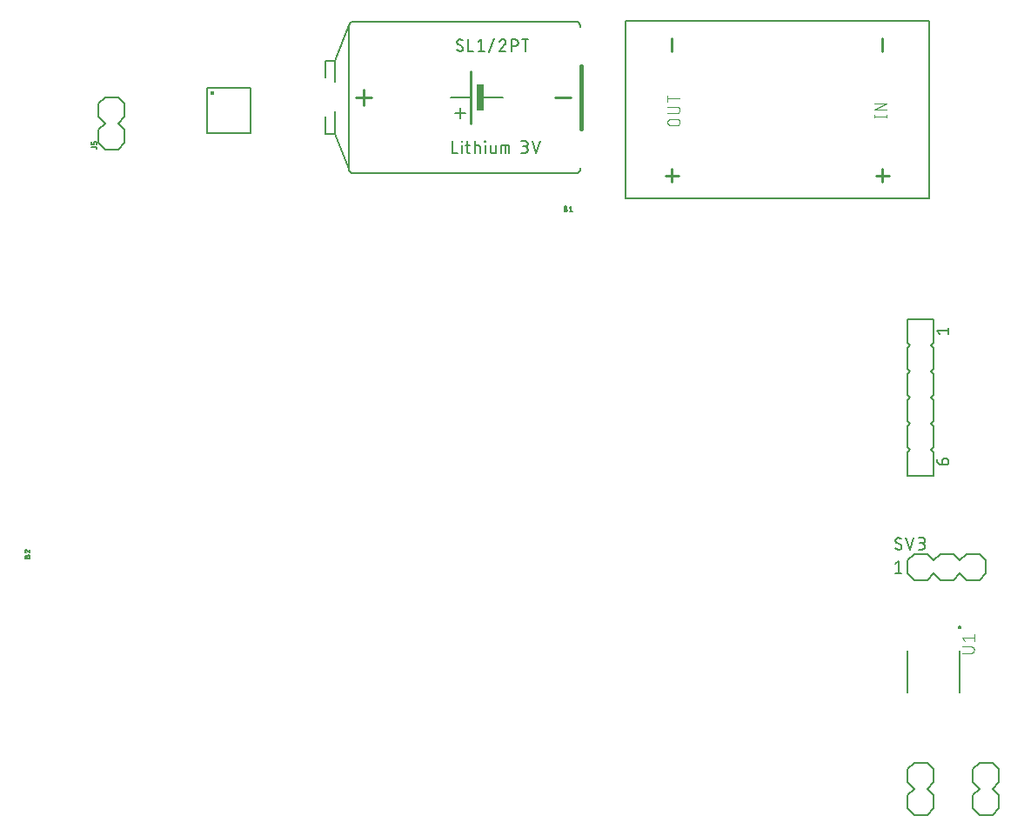
<source format=gbr>
G04 EAGLE Gerber RS-274X export*
G75*
%MOMM*%
%FSLAX34Y34*%
%LPD*%
%INSilkscreen Top*%
%IPPOS*%
%AMOC8*
5,1,8,0,0,1.08239X$1,22.5*%
G01*
%ADD10C,0.127000*%
%ADD11C,0.152400*%
%ADD12C,0.406400*%
%ADD13C,0.254000*%
%ADD14R,0.635000X2.540000*%
%ADD15C,0.447213*%
%ADD16C,0.203200*%
%ADD17C,0.101600*%
%ADD18C,0.200000*%


D10*
X516781Y653556D02*
X518122Y653556D01*
X518122Y653557D02*
X518193Y653555D01*
X518265Y653549D01*
X518335Y653540D01*
X518405Y653527D01*
X518475Y653510D01*
X518543Y653489D01*
X518610Y653465D01*
X518676Y653437D01*
X518740Y653406D01*
X518803Y653371D01*
X518863Y653333D01*
X518922Y653292D01*
X518978Y653248D01*
X519032Y653201D01*
X519083Y653152D01*
X519131Y653099D01*
X519177Y653044D01*
X519219Y652987D01*
X519259Y652927D01*
X519295Y652866D01*
X519328Y652802D01*
X519357Y652737D01*
X519383Y652671D01*
X519406Y652603D01*
X519425Y652534D01*
X519440Y652464D01*
X519451Y652394D01*
X519459Y652323D01*
X519463Y652252D01*
X519463Y652180D01*
X519459Y652109D01*
X519451Y652038D01*
X519440Y651968D01*
X519425Y651898D01*
X519406Y651829D01*
X519383Y651761D01*
X519357Y651695D01*
X519328Y651630D01*
X519295Y651566D01*
X519259Y651505D01*
X519219Y651445D01*
X519177Y651388D01*
X519131Y651333D01*
X519083Y651280D01*
X519032Y651231D01*
X518978Y651184D01*
X518922Y651140D01*
X518863Y651099D01*
X518803Y651061D01*
X518740Y651026D01*
X518676Y650995D01*
X518610Y650967D01*
X518543Y650943D01*
X518475Y650922D01*
X518405Y650905D01*
X518335Y650892D01*
X518265Y650883D01*
X518193Y650877D01*
X518122Y650875D01*
X516781Y650875D01*
X516781Y655701D01*
X518122Y655701D01*
X518187Y655699D01*
X518251Y655693D01*
X518315Y655683D01*
X518379Y655670D01*
X518441Y655652D01*
X518502Y655631D01*
X518562Y655607D01*
X518620Y655578D01*
X518677Y655546D01*
X518731Y655511D01*
X518783Y655473D01*
X518833Y655431D01*
X518880Y655387D01*
X518924Y655340D01*
X518966Y655290D01*
X519004Y655238D01*
X519039Y655184D01*
X519071Y655127D01*
X519100Y655069D01*
X519124Y655009D01*
X519145Y654948D01*
X519163Y654886D01*
X519176Y654822D01*
X519186Y654758D01*
X519192Y654694D01*
X519194Y654629D01*
X519192Y654564D01*
X519186Y654500D01*
X519176Y654436D01*
X519163Y654372D01*
X519145Y654310D01*
X519124Y654249D01*
X519100Y654189D01*
X519071Y654131D01*
X519039Y654074D01*
X519004Y654020D01*
X518966Y653968D01*
X518924Y653918D01*
X518880Y653871D01*
X518833Y653827D01*
X518783Y653785D01*
X518731Y653747D01*
X518677Y653712D01*
X518620Y653680D01*
X518562Y653651D01*
X518502Y653627D01*
X518441Y653606D01*
X518379Y653588D01*
X518315Y653575D01*
X518251Y653565D01*
X518187Y653559D01*
X518122Y653557D01*
X521938Y654629D02*
X523279Y655701D01*
X523279Y650875D01*
X524619Y650875D02*
X521938Y650875D01*
X-5856Y314922D02*
X-5856Y313581D01*
X-5857Y314922D02*
X-5855Y314993D01*
X-5849Y315065D01*
X-5840Y315135D01*
X-5827Y315205D01*
X-5810Y315275D01*
X-5789Y315343D01*
X-5765Y315410D01*
X-5737Y315476D01*
X-5706Y315540D01*
X-5671Y315603D01*
X-5633Y315663D01*
X-5592Y315722D01*
X-5548Y315778D01*
X-5501Y315832D01*
X-5452Y315883D01*
X-5399Y315931D01*
X-5344Y315977D01*
X-5287Y316019D01*
X-5227Y316059D01*
X-5166Y316095D01*
X-5102Y316128D01*
X-5037Y316157D01*
X-4971Y316183D01*
X-4903Y316206D01*
X-4834Y316225D01*
X-4764Y316240D01*
X-4694Y316251D01*
X-4623Y316259D01*
X-4552Y316263D01*
X-4480Y316263D01*
X-4409Y316259D01*
X-4338Y316251D01*
X-4268Y316240D01*
X-4198Y316225D01*
X-4129Y316206D01*
X-4061Y316183D01*
X-3995Y316157D01*
X-3930Y316128D01*
X-3866Y316095D01*
X-3805Y316059D01*
X-3745Y316019D01*
X-3688Y315977D01*
X-3633Y315931D01*
X-3580Y315883D01*
X-3531Y315832D01*
X-3484Y315778D01*
X-3440Y315722D01*
X-3399Y315663D01*
X-3361Y315603D01*
X-3326Y315540D01*
X-3295Y315476D01*
X-3267Y315410D01*
X-3243Y315343D01*
X-3222Y315275D01*
X-3205Y315205D01*
X-3192Y315135D01*
X-3183Y315065D01*
X-3177Y314993D01*
X-3175Y314922D01*
X-3175Y313581D01*
X-8001Y313581D01*
X-8001Y314922D01*
X-7999Y314987D01*
X-7993Y315051D01*
X-7983Y315115D01*
X-7970Y315179D01*
X-7952Y315241D01*
X-7931Y315302D01*
X-7907Y315362D01*
X-7878Y315420D01*
X-7846Y315477D01*
X-7811Y315531D01*
X-7773Y315583D01*
X-7731Y315633D01*
X-7687Y315680D01*
X-7640Y315724D01*
X-7590Y315766D01*
X-7538Y315804D01*
X-7484Y315839D01*
X-7427Y315871D01*
X-7369Y315900D01*
X-7309Y315924D01*
X-7248Y315945D01*
X-7186Y315963D01*
X-7122Y315976D01*
X-7058Y315986D01*
X-6994Y315992D01*
X-6929Y315994D01*
X-6864Y315992D01*
X-6800Y315986D01*
X-6736Y315976D01*
X-6672Y315963D01*
X-6610Y315945D01*
X-6549Y315924D01*
X-6489Y315900D01*
X-6431Y315871D01*
X-6374Y315839D01*
X-6320Y315804D01*
X-6268Y315766D01*
X-6218Y315724D01*
X-6171Y315680D01*
X-6127Y315633D01*
X-6085Y315583D01*
X-6047Y315531D01*
X-6012Y315477D01*
X-5980Y315420D01*
X-5951Y315362D01*
X-5927Y315302D01*
X-5906Y315241D01*
X-5888Y315179D01*
X-5875Y315115D01*
X-5865Y315051D01*
X-5859Y314987D01*
X-5857Y314922D01*
X-8001Y320213D02*
X-7999Y320281D01*
X-7993Y320348D01*
X-7984Y320415D01*
X-7971Y320482D01*
X-7954Y320547D01*
X-7933Y320612D01*
X-7909Y320675D01*
X-7881Y320737D01*
X-7850Y320797D01*
X-7816Y320855D01*
X-7778Y320911D01*
X-7738Y320966D01*
X-7694Y321017D01*
X-7647Y321066D01*
X-7598Y321113D01*
X-7547Y321157D01*
X-7492Y321197D01*
X-7436Y321235D01*
X-7378Y321269D01*
X-7318Y321300D01*
X-7256Y321328D01*
X-7193Y321352D01*
X-7128Y321373D01*
X-7063Y321390D01*
X-6996Y321403D01*
X-6929Y321412D01*
X-6862Y321418D01*
X-6794Y321420D01*
X-8001Y320213D02*
X-7999Y320135D01*
X-7993Y320057D01*
X-7983Y319980D01*
X-7970Y319903D01*
X-7952Y319827D01*
X-7931Y319752D01*
X-7906Y319678D01*
X-7877Y319606D01*
X-7845Y319535D01*
X-7809Y319466D01*
X-7770Y319398D01*
X-7727Y319333D01*
X-7681Y319270D01*
X-7632Y319209D01*
X-7580Y319151D01*
X-7525Y319096D01*
X-7468Y319043D01*
X-7408Y318994D01*
X-7345Y318947D01*
X-7280Y318904D01*
X-7214Y318864D01*
X-7145Y318827D01*
X-7074Y318794D01*
X-7002Y318764D01*
X-6929Y318738D01*
X-5856Y321017D02*
X-5905Y321066D01*
X-5957Y321113D01*
X-6012Y321156D01*
X-6069Y321197D01*
X-6128Y321235D01*
X-6189Y321269D01*
X-6252Y321300D01*
X-6316Y321328D01*
X-6382Y321352D01*
X-6448Y321372D01*
X-6516Y321389D01*
X-6585Y321402D01*
X-6654Y321411D01*
X-6724Y321417D01*
X-6794Y321419D01*
X-5856Y321017D02*
X-3175Y318738D01*
X-3175Y321419D01*
D11*
X532130Y692150D02*
X532130Y693420D01*
D12*
X533400Y731520D02*
X533400Y792480D01*
D11*
X528320Y835660D02*
X311150Y835660D01*
X532130Y831850D02*
X532130Y830580D01*
X284480Y742950D02*
X284480Y726440D01*
X284480Y781050D02*
X284480Y797560D01*
X284480Y726440D02*
X293370Y726440D01*
X307340Y692150D01*
X293370Y797560D02*
X284480Y797560D01*
X293370Y797560D02*
X293370Y777240D01*
X293370Y748030D02*
X293370Y726440D01*
D13*
X508000Y762000D02*
X523240Y762000D01*
X321310Y769620D02*
X321310Y754380D01*
X328930Y762000D02*
X313690Y762000D01*
D11*
X293370Y797560D02*
X307340Y831850D01*
X311150Y688340D02*
X528320Y688340D01*
D13*
X425450Y736600D02*
X425450Y762000D01*
D11*
X438150Y762000D02*
X457200Y762000D01*
X425450Y762000D02*
X406400Y762000D01*
D13*
X425450Y762000D02*
X425450Y787400D01*
D11*
X420370Y746760D02*
X410210Y746760D01*
X415290Y741680D02*
X415290Y751840D01*
X307340Y692150D02*
X307340Y831850D01*
X307342Y831972D01*
X307348Y832094D01*
X307358Y832216D01*
X307371Y832337D01*
X307389Y832458D01*
X307410Y832578D01*
X307436Y832698D01*
X307465Y832816D01*
X307497Y832934D01*
X307534Y833051D01*
X307574Y833166D01*
X307618Y833280D01*
X307666Y833392D01*
X307717Y833503D01*
X307772Y833612D01*
X307830Y833720D01*
X307892Y833825D01*
X307957Y833928D01*
X308025Y834030D01*
X308097Y834129D01*
X308171Y834225D01*
X308249Y834320D01*
X308330Y834411D01*
X308413Y834501D01*
X308499Y834587D01*
X308589Y834670D01*
X308680Y834751D01*
X308775Y834829D01*
X308871Y834903D01*
X308970Y834975D01*
X309072Y835043D01*
X309175Y835108D01*
X309280Y835170D01*
X309388Y835228D01*
X309497Y835283D01*
X309608Y835334D01*
X309720Y835382D01*
X309834Y835426D01*
X309949Y835466D01*
X310066Y835503D01*
X310184Y835535D01*
X310302Y835564D01*
X310422Y835590D01*
X310542Y835611D01*
X310663Y835629D01*
X310784Y835642D01*
X310906Y835652D01*
X311028Y835658D01*
X311150Y835660D01*
X307340Y692150D02*
X307342Y692028D01*
X307348Y691906D01*
X307358Y691784D01*
X307371Y691663D01*
X307389Y691542D01*
X307410Y691422D01*
X307436Y691302D01*
X307465Y691184D01*
X307497Y691066D01*
X307534Y690949D01*
X307574Y690834D01*
X307618Y690720D01*
X307666Y690608D01*
X307717Y690497D01*
X307772Y690388D01*
X307830Y690280D01*
X307892Y690175D01*
X307957Y690072D01*
X308025Y689970D01*
X308097Y689871D01*
X308171Y689775D01*
X308249Y689680D01*
X308330Y689589D01*
X308413Y689499D01*
X308499Y689413D01*
X308589Y689330D01*
X308680Y689249D01*
X308775Y689171D01*
X308871Y689097D01*
X308970Y689025D01*
X309072Y688957D01*
X309175Y688892D01*
X309280Y688830D01*
X309388Y688772D01*
X309497Y688717D01*
X309608Y688666D01*
X309720Y688618D01*
X309834Y688574D01*
X309949Y688534D01*
X310066Y688497D01*
X310184Y688465D01*
X310302Y688436D01*
X310422Y688410D01*
X310542Y688389D01*
X310663Y688371D01*
X310784Y688358D01*
X310906Y688348D01*
X311028Y688342D01*
X311150Y688340D01*
X528320Y835660D02*
X528442Y835658D01*
X528564Y835652D01*
X528686Y835642D01*
X528807Y835629D01*
X528928Y835611D01*
X529048Y835590D01*
X529168Y835564D01*
X529286Y835535D01*
X529404Y835503D01*
X529521Y835466D01*
X529636Y835426D01*
X529750Y835382D01*
X529862Y835334D01*
X529973Y835283D01*
X530082Y835228D01*
X530190Y835170D01*
X530295Y835108D01*
X530398Y835043D01*
X530500Y834975D01*
X530599Y834903D01*
X530695Y834829D01*
X530790Y834751D01*
X530881Y834670D01*
X530971Y834587D01*
X531057Y834501D01*
X531140Y834411D01*
X531221Y834320D01*
X531299Y834225D01*
X531373Y834129D01*
X531445Y834030D01*
X531513Y833928D01*
X531578Y833825D01*
X531640Y833720D01*
X531698Y833612D01*
X531753Y833503D01*
X531804Y833392D01*
X531852Y833280D01*
X531896Y833166D01*
X531936Y833051D01*
X531973Y832934D01*
X532005Y832816D01*
X532034Y832698D01*
X532060Y832578D01*
X532081Y832458D01*
X532099Y832337D01*
X532112Y832216D01*
X532122Y832094D01*
X532128Y831972D01*
X532130Y831850D01*
X532130Y692150D02*
X532128Y692028D01*
X532122Y691906D01*
X532112Y691784D01*
X532099Y691663D01*
X532081Y691542D01*
X532060Y691422D01*
X532034Y691302D01*
X532005Y691184D01*
X531973Y691066D01*
X531936Y690949D01*
X531896Y690834D01*
X531852Y690720D01*
X531804Y690608D01*
X531753Y690497D01*
X531698Y690388D01*
X531640Y690280D01*
X531578Y690175D01*
X531513Y690072D01*
X531445Y689970D01*
X531373Y689871D01*
X531299Y689775D01*
X531221Y689680D01*
X531140Y689589D01*
X531057Y689499D01*
X530971Y689413D01*
X530881Y689330D01*
X530790Y689249D01*
X530695Y689171D01*
X530599Y689097D01*
X530500Y689025D01*
X530398Y688957D01*
X530295Y688892D01*
X530190Y688830D01*
X530082Y688772D01*
X529973Y688717D01*
X529862Y688666D01*
X529750Y688618D01*
X529636Y688574D01*
X529521Y688534D01*
X529404Y688497D01*
X529286Y688465D01*
X529168Y688436D01*
X529048Y688410D01*
X528928Y688389D01*
X528807Y688371D01*
X528686Y688358D01*
X528564Y688348D01*
X528442Y688342D01*
X528320Y688340D01*
D10*
X407949Y708025D02*
X407949Y719455D01*
X407949Y708025D02*
X413029Y708025D01*
X417195Y708025D02*
X417195Y715645D01*
X416878Y718820D02*
X416878Y719455D01*
X417513Y719455D01*
X417513Y718820D01*
X416878Y718820D01*
X420901Y715645D02*
X424711Y715645D01*
X422171Y719455D02*
X422171Y709930D01*
X422173Y709845D01*
X422179Y709759D01*
X422188Y709674D01*
X422202Y709590D01*
X422219Y709506D01*
X422240Y709423D01*
X422264Y709341D01*
X422292Y709261D01*
X422324Y709181D01*
X422360Y709103D01*
X422398Y709027D01*
X422441Y708953D01*
X422486Y708881D01*
X422535Y708810D01*
X422587Y708742D01*
X422641Y708677D01*
X422699Y708614D01*
X422760Y708553D01*
X422823Y708495D01*
X422888Y708441D01*
X422956Y708389D01*
X423027Y708340D01*
X423099Y708295D01*
X423173Y708252D01*
X423249Y708214D01*
X423327Y708178D01*
X423407Y708146D01*
X423487Y708118D01*
X423569Y708094D01*
X423652Y708073D01*
X423736Y708056D01*
X423820Y708042D01*
X423905Y708033D01*
X423991Y708027D01*
X424076Y708025D01*
X424711Y708025D01*
X429514Y708025D02*
X429514Y719455D01*
X429514Y715645D02*
X432689Y715645D01*
X432774Y715643D01*
X432860Y715637D01*
X432945Y715628D01*
X433029Y715614D01*
X433113Y715597D01*
X433196Y715576D01*
X433278Y715552D01*
X433358Y715524D01*
X433438Y715492D01*
X433516Y715456D01*
X433592Y715418D01*
X433666Y715375D01*
X433738Y715330D01*
X433809Y715281D01*
X433877Y715229D01*
X433942Y715175D01*
X434005Y715117D01*
X434066Y715056D01*
X434124Y714993D01*
X434178Y714928D01*
X434230Y714860D01*
X434279Y714789D01*
X434324Y714717D01*
X434367Y714643D01*
X434405Y714567D01*
X434441Y714489D01*
X434473Y714409D01*
X434501Y714329D01*
X434525Y714247D01*
X434546Y714164D01*
X434563Y714080D01*
X434577Y713996D01*
X434586Y713911D01*
X434592Y713825D01*
X434594Y713740D01*
X434594Y708025D01*
X439674Y708025D02*
X439674Y715645D01*
X439357Y718820D02*
X439357Y719455D01*
X439992Y719455D01*
X439992Y718820D01*
X439357Y718820D01*
X444754Y715645D02*
X444754Y709930D01*
X444756Y709845D01*
X444762Y709759D01*
X444771Y709674D01*
X444785Y709590D01*
X444802Y709506D01*
X444823Y709423D01*
X444847Y709341D01*
X444875Y709261D01*
X444907Y709181D01*
X444943Y709103D01*
X444981Y709027D01*
X445024Y708953D01*
X445069Y708881D01*
X445118Y708810D01*
X445170Y708742D01*
X445224Y708677D01*
X445282Y708614D01*
X445343Y708553D01*
X445406Y708495D01*
X445471Y708441D01*
X445539Y708389D01*
X445610Y708340D01*
X445682Y708295D01*
X445756Y708252D01*
X445832Y708214D01*
X445910Y708178D01*
X445990Y708146D01*
X446070Y708118D01*
X446152Y708094D01*
X446235Y708073D01*
X446319Y708056D01*
X446403Y708042D01*
X446488Y708033D01*
X446574Y708027D01*
X446659Y708025D01*
X449834Y708025D01*
X449834Y715645D01*
X455676Y715645D02*
X455676Y708025D01*
X455676Y715645D02*
X461391Y715645D01*
X461476Y715643D01*
X461562Y715637D01*
X461647Y715628D01*
X461731Y715614D01*
X461815Y715597D01*
X461898Y715576D01*
X461980Y715552D01*
X462060Y715524D01*
X462140Y715492D01*
X462218Y715456D01*
X462294Y715418D01*
X462368Y715375D01*
X462440Y715330D01*
X462511Y715281D01*
X462579Y715229D01*
X462644Y715175D01*
X462707Y715117D01*
X462768Y715056D01*
X462826Y714993D01*
X462880Y714928D01*
X462932Y714860D01*
X462981Y714789D01*
X463026Y714717D01*
X463069Y714643D01*
X463107Y714567D01*
X463143Y714489D01*
X463175Y714409D01*
X463203Y714329D01*
X463227Y714247D01*
X463248Y714164D01*
X463265Y714080D01*
X463279Y713996D01*
X463288Y713911D01*
X463294Y713825D01*
X463296Y713740D01*
X463296Y708025D01*
X459486Y708025D02*
X459486Y715645D01*
X474980Y708025D02*
X478155Y708025D01*
X478266Y708027D01*
X478376Y708033D01*
X478487Y708042D01*
X478597Y708056D01*
X478706Y708073D01*
X478815Y708094D01*
X478923Y708119D01*
X479030Y708148D01*
X479136Y708180D01*
X479241Y708216D01*
X479344Y708256D01*
X479446Y708299D01*
X479547Y708346D01*
X479646Y708397D01*
X479743Y708450D01*
X479837Y708507D01*
X479930Y708568D01*
X480021Y708631D01*
X480110Y708698D01*
X480196Y708768D01*
X480279Y708841D01*
X480361Y708916D01*
X480439Y708994D01*
X480514Y709076D01*
X480587Y709159D01*
X480657Y709245D01*
X480724Y709334D01*
X480787Y709425D01*
X480848Y709518D01*
X480905Y709613D01*
X480958Y709709D01*
X481009Y709808D01*
X481056Y709909D01*
X481099Y710011D01*
X481139Y710114D01*
X481175Y710219D01*
X481207Y710325D01*
X481236Y710432D01*
X481261Y710540D01*
X481282Y710649D01*
X481299Y710758D01*
X481313Y710868D01*
X481322Y710979D01*
X481328Y711089D01*
X481330Y711200D01*
X481328Y711311D01*
X481322Y711421D01*
X481313Y711532D01*
X481299Y711642D01*
X481282Y711751D01*
X481261Y711860D01*
X481236Y711968D01*
X481207Y712075D01*
X481175Y712181D01*
X481139Y712286D01*
X481099Y712389D01*
X481056Y712491D01*
X481009Y712592D01*
X480958Y712691D01*
X480905Y712787D01*
X480848Y712882D01*
X480787Y712975D01*
X480724Y713066D01*
X480657Y713155D01*
X480587Y713241D01*
X480514Y713324D01*
X480439Y713406D01*
X480361Y713484D01*
X480279Y713559D01*
X480196Y713632D01*
X480110Y713702D01*
X480021Y713769D01*
X479930Y713832D01*
X479837Y713893D01*
X479743Y713950D01*
X479646Y714003D01*
X479547Y714054D01*
X479446Y714101D01*
X479344Y714144D01*
X479241Y714184D01*
X479136Y714220D01*
X479030Y714252D01*
X478923Y714281D01*
X478815Y714306D01*
X478706Y714327D01*
X478597Y714344D01*
X478487Y714358D01*
X478376Y714367D01*
X478266Y714373D01*
X478155Y714375D01*
X478790Y719455D02*
X474980Y719455D01*
X478790Y719455D02*
X478890Y719453D01*
X478989Y719447D01*
X479089Y719437D01*
X479187Y719424D01*
X479286Y719406D01*
X479383Y719385D01*
X479479Y719360D01*
X479575Y719331D01*
X479669Y719298D01*
X479762Y719262D01*
X479853Y719222D01*
X479943Y719178D01*
X480031Y719131D01*
X480117Y719081D01*
X480201Y719027D01*
X480283Y718970D01*
X480362Y718910D01*
X480440Y718846D01*
X480514Y718780D01*
X480586Y718711D01*
X480655Y718639D01*
X480721Y718565D01*
X480785Y718487D01*
X480845Y718408D01*
X480902Y718326D01*
X480956Y718242D01*
X481006Y718156D01*
X481053Y718068D01*
X481097Y717978D01*
X481137Y717887D01*
X481173Y717794D01*
X481206Y717700D01*
X481235Y717604D01*
X481260Y717508D01*
X481281Y717411D01*
X481299Y717312D01*
X481312Y717214D01*
X481322Y717114D01*
X481328Y717015D01*
X481330Y716915D01*
X481328Y716815D01*
X481322Y716716D01*
X481312Y716616D01*
X481299Y716518D01*
X481281Y716419D01*
X481260Y716322D01*
X481235Y716226D01*
X481206Y716130D01*
X481173Y716036D01*
X481137Y715943D01*
X481097Y715852D01*
X481053Y715762D01*
X481006Y715674D01*
X480956Y715588D01*
X480902Y715504D01*
X480845Y715422D01*
X480785Y715343D01*
X480721Y715265D01*
X480655Y715191D01*
X480586Y715119D01*
X480514Y715050D01*
X480440Y714984D01*
X480362Y714920D01*
X480283Y714860D01*
X480201Y714803D01*
X480117Y714749D01*
X480031Y714699D01*
X479943Y714652D01*
X479853Y714608D01*
X479762Y714568D01*
X479669Y714532D01*
X479575Y714499D01*
X479479Y714470D01*
X479383Y714445D01*
X479286Y714424D01*
X479187Y714406D01*
X479089Y714393D01*
X478989Y714383D01*
X478890Y714377D01*
X478790Y714375D01*
X476250Y714375D01*
X485775Y719455D02*
X489585Y708025D01*
X493395Y719455D01*
X415798Y807085D02*
X415898Y807087D01*
X415997Y807093D01*
X416097Y807103D01*
X416195Y807116D01*
X416294Y807134D01*
X416391Y807155D01*
X416487Y807180D01*
X416583Y807209D01*
X416677Y807242D01*
X416770Y807278D01*
X416861Y807318D01*
X416951Y807362D01*
X417039Y807409D01*
X417125Y807459D01*
X417209Y807513D01*
X417291Y807570D01*
X417370Y807630D01*
X417448Y807694D01*
X417522Y807760D01*
X417594Y807829D01*
X417663Y807901D01*
X417729Y807975D01*
X417793Y808053D01*
X417853Y808132D01*
X417910Y808214D01*
X417964Y808298D01*
X418014Y808384D01*
X418061Y808472D01*
X418105Y808562D01*
X418145Y808653D01*
X418181Y808746D01*
X418214Y808840D01*
X418243Y808936D01*
X418268Y809032D01*
X418289Y809129D01*
X418307Y809228D01*
X418320Y809326D01*
X418330Y809426D01*
X418336Y809525D01*
X418338Y809625D01*
X415798Y807085D02*
X415657Y807087D01*
X415516Y807092D01*
X415375Y807102D01*
X415234Y807115D01*
X415094Y807131D01*
X414954Y807152D01*
X414815Y807176D01*
X414676Y807204D01*
X414539Y807235D01*
X414402Y807270D01*
X414266Y807308D01*
X414131Y807350D01*
X413998Y807396D01*
X413865Y807445D01*
X413734Y807498D01*
X413605Y807554D01*
X413476Y807613D01*
X413350Y807676D01*
X413225Y807742D01*
X413102Y807811D01*
X412981Y807884D01*
X412862Y807960D01*
X412744Y808039D01*
X412629Y808120D01*
X412517Y808205D01*
X412406Y808293D01*
X412298Y808384D01*
X412192Y808477D01*
X412089Y808574D01*
X411988Y808673D01*
X412306Y815975D02*
X412308Y816075D01*
X412314Y816174D01*
X412324Y816274D01*
X412337Y816372D01*
X412355Y816471D01*
X412376Y816568D01*
X412401Y816664D01*
X412430Y816760D01*
X412463Y816854D01*
X412499Y816947D01*
X412539Y817038D01*
X412583Y817128D01*
X412630Y817216D01*
X412680Y817302D01*
X412734Y817386D01*
X412791Y817468D01*
X412851Y817547D01*
X412915Y817625D01*
X412981Y817699D01*
X413050Y817771D01*
X413122Y817840D01*
X413196Y817906D01*
X413274Y817970D01*
X413353Y818030D01*
X413435Y818087D01*
X413519Y818141D01*
X413605Y818191D01*
X413693Y818238D01*
X413783Y818282D01*
X413874Y818322D01*
X413967Y818358D01*
X414061Y818391D01*
X414157Y818420D01*
X414253Y818445D01*
X414350Y818466D01*
X414449Y818484D01*
X414547Y818497D01*
X414647Y818507D01*
X414746Y818513D01*
X414846Y818515D01*
X414846Y818516D02*
X414979Y818514D01*
X415112Y818509D01*
X415245Y818499D01*
X415378Y818486D01*
X415510Y818469D01*
X415642Y818449D01*
X415773Y818425D01*
X415903Y818397D01*
X416033Y818366D01*
X416161Y818331D01*
X416289Y818292D01*
X416415Y818250D01*
X416540Y818204D01*
X416664Y818155D01*
X416787Y818103D01*
X416908Y818047D01*
X417027Y817987D01*
X417145Y817925D01*
X417260Y817859D01*
X417374Y817790D01*
X417486Y817717D01*
X417596Y817642D01*
X417704Y817563D01*
X413575Y813752D02*
X413491Y813804D01*
X413408Y813859D01*
X413328Y813918D01*
X413250Y813979D01*
X413175Y814043D01*
X413102Y814111D01*
X413031Y814181D01*
X412964Y814253D01*
X412899Y814328D01*
X412837Y814406D01*
X412778Y814486D01*
X412722Y814568D01*
X412670Y814652D01*
X412621Y814738D01*
X412575Y814826D01*
X412532Y814916D01*
X412493Y815007D01*
X412458Y815100D01*
X412426Y815194D01*
X412398Y815289D01*
X412373Y815385D01*
X412353Y815482D01*
X412335Y815580D01*
X412322Y815678D01*
X412313Y815777D01*
X412307Y815876D01*
X412305Y815975D01*
X417068Y811848D02*
X417152Y811796D01*
X417235Y811741D01*
X417315Y811682D01*
X417393Y811621D01*
X417468Y811557D01*
X417541Y811489D01*
X417612Y811419D01*
X417679Y811347D01*
X417744Y811272D01*
X417806Y811194D01*
X417865Y811114D01*
X417921Y811032D01*
X417973Y810948D01*
X418022Y810862D01*
X418068Y810774D01*
X418111Y810684D01*
X418150Y810593D01*
X418185Y810500D01*
X418217Y810406D01*
X418245Y810311D01*
X418270Y810215D01*
X418290Y810118D01*
X418308Y810020D01*
X418321Y809922D01*
X418330Y809823D01*
X418336Y809724D01*
X418338Y809625D01*
X417068Y811848D02*
X413576Y813753D01*
X423443Y818515D02*
X423443Y807085D01*
X428523Y807085D01*
X432943Y815975D02*
X436118Y818515D01*
X436118Y807085D01*
X432943Y807085D02*
X439293Y807085D01*
X443865Y805815D02*
X448945Y819785D01*
X457010Y818516D02*
X457114Y818514D01*
X457219Y818508D01*
X457323Y818499D01*
X457426Y818486D01*
X457529Y818468D01*
X457631Y818448D01*
X457733Y818423D01*
X457833Y818395D01*
X457933Y818363D01*
X458031Y818327D01*
X458128Y818288D01*
X458223Y818246D01*
X458317Y818200D01*
X458409Y818150D01*
X458499Y818098D01*
X458587Y818042D01*
X458673Y817982D01*
X458757Y817920D01*
X458838Y817855D01*
X458917Y817787D01*
X458994Y817715D01*
X459067Y817642D01*
X459139Y817565D01*
X459207Y817486D01*
X459272Y817405D01*
X459334Y817321D01*
X459394Y817235D01*
X459450Y817147D01*
X459502Y817057D01*
X459552Y816965D01*
X459598Y816871D01*
X459640Y816776D01*
X459679Y816679D01*
X459715Y816581D01*
X459747Y816481D01*
X459775Y816381D01*
X459800Y816279D01*
X459820Y816177D01*
X459838Y816074D01*
X459851Y815971D01*
X459860Y815867D01*
X459866Y815762D01*
X459868Y815658D01*
X457010Y818515D02*
X456892Y818513D01*
X456773Y818507D01*
X456655Y818498D01*
X456538Y818485D01*
X456421Y818467D01*
X456304Y818447D01*
X456188Y818422D01*
X456073Y818394D01*
X455960Y818361D01*
X455847Y818326D01*
X455735Y818286D01*
X455625Y818244D01*
X455516Y818197D01*
X455408Y818147D01*
X455303Y818094D01*
X455199Y818037D01*
X455097Y817977D01*
X454997Y817914D01*
X454899Y817847D01*
X454803Y817778D01*
X454710Y817705D01*
X454619Y817629D01*
X454530Y817551D01*
X454444Y817469D01*
X454361Y817385D01*
X454280Y817299D01*
X454203Y817209D01*
X454128Y817118D01*
X454056Y817024D01*
X453987Y816927D01*
X453922Y816829D01*
X453859Y816728D01*
X453800Y816625D01*
X453744Y816521D01*
X453692Y816415D01*
X453643Y816307D01*
X453598Y816198D01*
X453556Y816087D01*
X453518Y815975D01*
X458915Y813436D02*
X458991Y813511D01*
X459066Y813590D01*
X459137Y813671D01*
X459206Y813755D01*
X459271Y813841D01*
X459333Y813929D01*
X459393Y814019D01*
X459449Y814111D01*
X459502Y814206D01*
X459551Y814302D01*
X459597Y814400D01*
X459640Y814499D01*
X459679Y814600D01*
X459714Y814702D01*
X459746Y814805D01*
X459774Y814909D01*
X459799Y815014D01*
X459820Y815121D01*
X459837Y815227D01*
X459850Y815334D01*
X459859Y815442D01*
X459865Y815550D01*
X459867Y815658D01*
X458915Y813435D02*
X453517Y807085D01*
X459867Y807085D01*
X465519Y807085D02*
X465519Y818515D01*
X468694Y818515D01*
X468805Y818513D01*
X468915Y818507D01*
X469026Y818498D01*
X469136Y818484D01*
X469245Y818467D01*
X469354Y818446D01*
X469462Y818421D01*
X469569Y818392D01*
X469675Y818360D01*
X469780Y818324D01*
X469883Y818284D01*
X469985Y818241D01*
X470086Y818194D01*
X470185Y818143D01*
X470282Y818090D01*
X470376Y818033D01*
X470469Y817972D01*
X470560Y817909D01*
X470649Y817842D01*
X470735Y817772D01*
X470818Y817699D01*
X470900Y817624D01*
X470978Y817546D01*
X471053Y817464D01*
X471126Y817381D01*
X471196Y817295D01*
X471263Y817206D01*
X471326Y817115D01*
X471387Y817022D01*
X471444Y816927D01*
X471497Y816831D01*
X471548Y816732D01*
X471595Y816631D01*
X471638Y816529D01*
X471678Y816426D01*
X471714Y816321D01*
X471746Y816215D01*
X471775Y816108D01*
X471800Y816000D01*
X471821Y815891D01*
X471838Y815782D01*
X471852Y815672D01*
X471861Y815561D01*
X471867Y815451D01*
X471869Y815340D01*
X471867Y815229D01*
X471861Y815119D01*
X471852Y815008D01*
X471838Y814898D01*
X471821Y814789D01*
X471800Y814680D01*
X471775Y814572D01*
X471746Y814465D01*
X471714Y814359D01*
X471678Y814254D01*
X471638Y814151D01*
X471595Y814049D01*
X471548Y813948D01*
X471497Y813849D01*
X471444Y813753D01*
X471387Y813658D01*
X471326Y813565D01*
X471263Y813474D01*
X471196Y813385D01*
X471126Y813299D01*
X471053Y813216D01*
X470978Y813134D01*
X470900Y813056D01*
X470818Y812981D01*
X470735Y812908D01*
X470649Y812838D01*
X470560Y812771D01*
X470469Y812708D01*
X470376Y812647D01*
X470282Y812590D01*
X470185Y812537D01*
X470086Y812486D01*
X469985Y812439D01*
X469883Y812396D01*
X469780Y812356D01*
X469675Y812320D01*
X469569Y812288D01*
X469462Y812259D01*
X469354Y812234D01*
X469245Y812213D01*
X469136Y812196D01*
X469026Y812182D01*
X468915Y812173D01*
X468805Y812167D01*
X468694Y812165D01*
X465519Y812165D01*
X478790Y807085D02*
X478790Y818515D01*
X475615Y818515D02*
X481965Y818515D01*
D14*
X434975Y762000D03*
D10*
X169500Y771300D02*
X169500Y727300D01*
X211500Y727300D01*
X211500Y771300D01*
X169500Y771300D01*
D15*
X174500Y766300D03*
D16*
X850900Y82550D02*
X850900Y69850D01*
X850900Y82550D02*
X857250Y88900D01*
X869950Y88900D02*
X876300Y82550D01*
X857250Y88900D02*
X850900Y95250D01*
X850900Y107950D01*
X857250Y114300D01*
X869950Y114300D02*
X876300Y107950D01*
X876300Y95250D01*
X869950Y88900D01*
X869950Y63500D02*
X857250Y63500D01*
X850900Y69850D01*
X869950Y63500D02*
X876300Y69850D01*
X876300Y82550D01*
X869950Y114300D02*
X857250Y114300D01*
X63500Y717550D02*
X63500Y730250D01*
X69850Y736600D01*
X82550Y736600D02*
X88900Y730250D01*
X69850Y736600D02*
X63500Y742950D01*
X63500Y755650D01*
X69850Y762000D01*
X82550Y762000D02*
X88900Y755650D01*
X88900Y742950D01*
X82550Y736600D01*
X82550Y711200D02*
X69850Y711200D01*
X63500Y717550D01*
X82550Y711200D02*
X88900Y717550D01*
X88900Y730250D01*
X82550Y762000D02*
X69850Y762000D01*
D10*
X60523Y713444D02*
X56769Y713444D01*
X60523Y713443D02*
X60588Y713441D01*
X60652Y713435D01*
X60716Y713425D01*
X60780Y713412D01*
X60842Y713394D01*
X60903Y713373D01*
X60963Y713349D01*
X61021Y713320D01*
X61078Y713288D01*
X61132Y713253D01*
X61184Y713215D01*
X61234Y713173D01*
X61281Y713129D01*
X61325Y713082D01*
X61367Y713032D01*
X61405Y712980D01*
X61440Y712926D01*
X61472Y712869D01*
X61501Y712811D01*
X61525Y712751D01*
X61546Y712690D01*
X61564Y712628D01*
X61577Y712564D01*
X61587Y712500D01*
X61593Y712436D01*
X61595Y712371D01*
X61595Y711835D01*
X61595Y716392D02*
X61595Y718000D01*
X61593Y718065D01*
X61587Y718129D01*
X61577Y718193D01*
X61564Y718257D01*
X61546Y718319D01*
X61525Y718380D01*
X61501Y718440D01*
X61472Y718498D01*
X61440Y718555D01*
X61405Y718609D01*
X61367Y718661D01*
X61325Y718711D01*
X61281Y718758D01*
X61234Y718802D01*
X61184Y718844D01*
X61132Y718882D01*
X61078Y718917D01*
X61021Y718949D01*
X60963Y718978D01*
X60903Y719002D01*
X60842Y719023D01*
X60780Y719041D01*
X60716Y719054D01*
X60652Y719064D01*
X60588Y719070D01*
X60523Y719072D01*
X60523Y719073D02*
X59986Y719073D01*
X59986Y719072D02*
X59921Y719070D01*
X59857Y719064D01*
X59793Y719054D01*
X59729Y719041D01*
X59667Y719023D01*
X59606Y719002D01*
X59546Y718978D01*
X59488Y718949D01*
X59431Y718917D01*
X59377Y718882D01*
X59325Y718844D01*
X59275Y718802D01*
X59228Y718758D01*
X59184Y718711D01*
X59142Y718661D01*
X59104Y718609D01*
X59069Y718555D01*
X59037Y718498D01*
X59008Y718440D01*
X58984Y718380D01*
X58963Y718319D01*
X58945Y718257D01*
X58932Y718193D01*
X58922Y718129D01*
X58916Y718065D01*
X58914Y718000D01*
X58914Y716392D01*
X56769Y716392D01*
X56769Y719073D01*
D16*
X939800Y107950D02*
X939800Y95250D01*
X933450Y88900D01*
X920750Y88900D02*
X914400Y95250D01*
X933450Y88900D02*
X939800Y82550D01*
X939800Y69850D01*
X933450Y63500D01*
X920750Y63500D02*
X914400Y69850D01*
X914400Y82550D01*
X920750Y88900D01*
X920750Y114300D02*
X933450Y114300D01*
X939800Y107950D01*
X920750Y114300D02*
X914400Y107950D01*
X914400Y95250D01*
X920750Y63500D02*
X933450Y63500D01*
D11*
X869950Y317500D02*
X857250Y317500D01*
X869950Y317500D02*
X876300Y311150D01*
X876300Y298450D02*
X869950Y292100D01*
X876300Y311150D02*
X882650Y317500D01*
X895350Y317500D01*
X901700Y311150D01*
X901700Y298450D02*
X895350Y292100D01*
X882650Y292100D01*
X876300Y298450D01*
X850900Y298450D02*
X850900Y311150D01*
X857250Y317500D01*
X850900Y298450D02*
X857250Y292100D01*
X869950Y292100D01*
X901700Y311150D02*
X908050Y317500D01*
X920750Y317500D01*
X927100Y311150D01*
X927100Y298450D02*
X920750Y292100D01*
X908050Y292100D01*
X901700Y298450D01*
X927100Y298450D02*
X927100Y311150D01*
D10*
X842010Y310515D02*
X838835Y307975D01*
X842010Y310515D02*
X842010Y299085D01*
X838835Y299085D02*
X845185Y299085D01*
X842645Y321945D02*
X842745Y321947D01*
X842844Y321953D01*
X842944Y321963D01*
X843042Y321976D01*
X843141Y321994D01*
X843238Y322015D01*
X843334Y322040D01*
X843430Y322069D01*
X843524Y322102D01*
X843617Y322138D01*
X843708Y322178D01*
X843798Y322222D01*
X843886Y322269D01*
X843972Y322319D01*
X844056Y322373D01*
X844138Y322430D01*
X844217Y322490D01*
X844295Y322554D01*
X844369Y322620D01*
X844441Y322689D01*
X844510Y322761D01*
X844576Y322835D01*
X844640Y322913D01*
X844700Y322992D01*
X844757Y323074D01*
X844811Y323158D01*
X844861Y323244D01*
X844908Y323332D01*
X844952Y323422D01*
X844992Y323513D01*
X845028Y323606D01*
X845061Y323700D01*
X845090Y323796D01*
X845115Y323892D01*
X845136Y323989D01*
X845154Y324088D01*
X845167Y324186D01*
X845177Y324286D01*
X845183Y324385D01*
X845185Y324485D01*
X842645Y321945D02*
X842504Y321947D01*
X842363Y321952D01*
X842222Y321962D01*
X842081Y321975D01*
X841941Y321991D01*
X841801Y322012D01*
X841662Y322036D01*
X841523Y322064D01*
X841386Y322095D01*
X841249Y322130D01*
X841113Y322168D01*
X840978Y322210D01*
X840845Y322256D01*
X840712Y322305D01*
X840581Y322358D01*
X840452Y322414D01*
X840323Y322473D01*
X840197Y322536D01*
X840072Y322602D01*
X839949Y322671D01*
X839828Y322744D01*
X839709Y322820D01*
X839591Y322899D01*
X839476Y322980D01*
X839364Y323065D01*
X839253Y323153D01*
X839145Y323244D01*
X839039Y323337D01*
X838936Y323434D01*
X838835Y323533D01*
X839153Y330835D02*
X839155Y330935D01*
X839161Y331034D01*
X839171Y331134D01*
X839184Y331232D01*
X839202Y331331D01*
X839223Y331428D01*
X839248Y331524D01*
X839277Y331620D01*
X839310Y331714D01*
X839346Y331807D01*
X839386Y331898D01*
X839430Y331988D01*
X839477Y332076D01*
X839527Y332162D01*
X839581Y332246D01*
X839638Y332328D01*
X839698Y332407D01*
X839762Y332485D01*
X839828Y332559D01*
X839897Y332631D01*
X839969Y332700D01*
X840043Y332766D01*
X840121Y332830D01*
X840200Y332890D01*
X840282Y332947D01*
X840366Y333001D01*
X840452Y333051D01*
X840540Y333098D01*
X840630Y333142D01*
X840721Y333182D01*
X840814Y333218D01*
X840908Y333251D01*
X841004Y333280D01*
X841100Y333305D01*
X841197Y333326D01*
X841296Y333344D01*
X841394Y333357D01*
X841494Y333367D01*
X841593Y333373D01*
X841693Y333375D01*
X841693Y333376D02*
X841826Y333374D01*
X841959Y333369D01*
X842092Y333359D01*
X842225Y333346D01*
X842357Y333329D01*
X842489Y333309D01*
X842620Y333285D01*
X842750Y333257D01*
X842880Y333226D01*
X843008Y333191D01*
X843136Y333152D01*
X843262Y333110D01*
X843387Y333064D01*
X843511Y333015D01*
X843634Y332963D01*
X843755Y332907D01*
X843874Y332847D01*
X843992Y332785D01*
X844107Y332719D01*
X844221Y332650D01*
X844333Y332577D01*
X844443Y332502D01*
X844551Y332423D01*
X840422Y328612D02*
X840338Y328664D01*
X840255Y328719D01*
X840175Y328778D01*
X840097Y328839D01*
X840022Y328903D01*
X839949Y328971D01*
X839878Y329041D01*
X839811Y329113D01*
X839746Y329188D01*
X839684Y329266D01*
X839625Y329346D01*
X839569Y329428D01*
X839517Y329512D01*
X839468Y329598D01*
X839422Y329686D01*
X839379Y329776D01*
X839340Y329867D01*
X839305Y329960D01*
X839273Y330054D01*
X839245Y330149D01*
X839220Y330245D01*
X839200Y330342D01*
X839182Y330440D01*
X839169Y330538D01*
X839160Y330637D01*
X839154Y330736D01*
X839152Y330835D01*
X843915Y326708D02*
X843999Y326656D01*
X844082Y326601D01*
X844162Y326542D01*
X844240Y326481D01*
X844315Y326417D01*
X844388Y326349D01*
X844459Y326279D01*
X844526Y326207D01*
X844591Y326132D01*
X844653Y326054D01*
X844712Y325974D01*
X844768Y325892D01*
X844820Y325808D01*
X844869Y325722D01*
X844915Y325634D01*
X844958Y325544D01*
X844997Y325453D01*
X845032Y325360D01*
X845064Y325266D01*
X845092Y325171D01*
X845117Y325075D01*
X845137Y324978D01*
X845155Y324880D01*
X845168Y324782D01*
X845177Y324683D01*
X845183Y324584D01*
X845185Y324485D01*
X843915Y326708D02*
X840423Y328613D01*
X849249Y333375D02*
X853059Y321945D01*
X856869Y333375D01*
X861314Y321945D02*
X864489Y321945D01*
X864600Y321947D01*
X864710Y321953D01*
X864821Y321962D01*
X864931Y321976D01*
X865040Y321993D01*
X865149Y322014D01*
X865257Y322039D01*
X865364Y322068D01*
X865470Y322100D01*
X865575Y322136D01*
X865678Y322176D01*
X865780Y322219D01*
X865881Y322266D01*
X865980Y322317D01*
X866077Y322370D01*
X866171Y322427D01*
X866264Y322488D01*
X866355Y322551D01*
X866444Y322618D01*
X866530Y322688D01*
X866613Y322761D01*
X866695Y322836D01*
X866773Y322914D01*
X866848Y322996D01*
X866921Y323079D01*
X866991Y323165D01*
X867058Y323254D01*
X867121Y323345D01*
X867182Y323438D01*
X867239Y323532D01*
X867292Y323629D01*
X867343Y323728D01*
X867390Y323829D01*
X867433Y323931D01*
X867473Y324034D01*
X867509Y324139D01*
X867541Y324245D01*
X867570Y324352D01*
X867595Y324460D01*
X867616Y324569D01*
X867633Y324678D01*
X867647Y324788D01*
X867656Y324899D01*
X867662Y325009D01*
X867664Y325120D01*
X867662Y325231D01*
X867656Y325341D01*
X867647Y325452D01*
X867633Y325562D01*
X867616Y325671D01*
X867595Y325780D01*
X867570Y325888D01*
X867541Y325995D01*
X867509Y326101D01*
X867473Y326206D01*
X867433Y326309D01*
X867390Y326411D01*
X867343Y326512D01*
X867292Y326611D01*
X867239Y326707D01*
X867182Y326802D01*
X867121Y326895D01*
X867058Y326986D01*
X866991Y327075D01*
X866921Y327161D01*
X866848Y327244D01*
X866773Y327326D01*
X866695Y327404D01*
X866613Y327479D01*
X866530Y327552D01*
X866444Y327622D01*
X866355Y327689D01*
X866264Y327752D01*
X866171Y327813D01*
X866077Y327870D01*
X865980Y327923D01*
X865881Y327974D01*
X865780Y328021D01*
X865678Y328064D01*
X865575Y328104D01*
X865470Y328140D01*
X865364Y328172D01*
X865257Y328201D01*
X865149Y328226D01*
X865040Y328247D01*
X864931Y328264D01*
X864821Y328278D01*
X864710Y328287D01*
X864600Y328293D01*
X864489Y328295D01*
X865124Y333375D02*
X861314Y333375D01*
X865124Y333375D02*
X865224Y333373D01*
X865323Y333367D01*
X865423Y333357D01*
X865521Y333344D01*
X865620Y333326D01*
X865717Y333305D01*
X865813Y333280D01*
X865909Y333251D01*
X866003Y333218D01*
X866096Y333182D01*
X866187Y333142D01*
X866277Y333098D01*
X866365Y333051D01*
X866451Y333001D01*
X866535Y332947D01*
X866617Y332890D01*
X866696Y332830D01*
X866774Y332766D01*
X866848Y332700D01*
X866920Y332631D01*
X866989Y332559D01*
X867055Y332485D01*
X867119Y332407D01*
X867179Y332328D01*
X867236Y332246D01*
X867290Y332162D01*
X867340Y332076D01*
X867387Y331988D01*
X867431Y331898D01*
X867471Y331807D01*
X867507Y331714D01*
X867540Y331620D01*
X867569Y331524D01*
X867594Y331428D01*
X867615Y331331D01*
X867633Y331232D01*
X867646Y331134D01*
X867656Y331034D01*
X867662Y330935D01*
X867664Y330835D01*
X867662Y330735D01*
X867656Y330636D01*
X867646Y330536D01*
X867633Y330438D01*
X867615Y330339D01*
X867594Y330242D01*
X867569Y330146D01*
X867540Y330050D01*
X867507Y329956D01*
X867471Y329863D01*
X867431Y329772D01*
X867387Y329682D01*
X867340Y329594D01*
X867290Y329508D01*
X867236Y329424D01*
X867179Y329342D01*
X867119Y329263D01*
X867055Y329185D01*
X866989Y329111D01*
X866920Y329039D01*
X866848Y328970D01*
X866774Y328904D01*
X866696Y328840D01*
X866617Y328780D01*
X866535Y328723D01*
X866451Y328669D01*
X866365Y328619D01*
X866277Y328572D01*
X866187Y328528D01*
X866096Y328488D01*
X866003Y328452D01*
X865909Y328419D01*
X865813Y328390D01*
X865717Y328365D01*
X865620Y328344D01*
X865521Y328326D01*
X865423Y328313D01*
X865323Y328303D01*
X865224Y328297D01*
X865124Y328295D01*
X862584Y328295D01*
D11*
X850900Y546100D02*
X876300Y546100D01*
X850900Y546100D02*
X850900Y523240D01*
X853440Y520700D01*
X850900Y518160D01*
X850900Y497840D01*
X853440Y495300D01*
X850900Y492760D01*
X850900Y472440D01*
X853440Y469900D01*
X850900Y467360D01*
X850900Y447040D01*
X853440Y444500D01*
X850900Y441960D01*
X850900Y421640D01*
X850900Y416560D02*
X850900Y393700D01*
X876300Y393700D01*
X876300Y416560D01*
X876300Y421640D02*
X876300Y441960D01*
X873760Y444500D01*
X876300Y447040D01*
X876300Y467360D01*
X873760Y469900D01*
X876300Y472440D01*
X876300Y492760D01*
X873760Y495300D01*
X876300Y497840D01*
X876300Y518160D01*
X873760Y520700D01*
X876300Y523240D01*
X876300Y546100D01*
X873760Y419100D02*
X876300Y416560D01*
X873760Y419100D02*
X876300Y421640D01*
X853440Y419100D02*
X850900Y416560D01*
X853440Y419100D02*
X850900Y421640D01*
D10*
X882015Y531495D02*
X879475Y534670D01*
X890905Y534670D01*
X890905Y531495D02*
X890905Y537845D01*
X884555Y408305D02*
X884555Y404495D01*
X884555Y408305D02*
X884557Y408405D01*
X884563Y408504D01*
X884573Y408604D01*
X884586Y408702D01*
X884604Y408801D01*
X884625Y408898D01*
X884650Y408994D01*
X884679Y409090D01*
X884712Y409184D01*
X884748Y409277D01*
X884788Y409368D01*
X884832Y409458D01*
X884879Y409546D01*
X884929Y409632D01*
X884983Y409716D01*
X885040Y409798D01*
X885100Y409877D01*
X885164Y409955D01*
X885230Y410029D01*
X885299Y410101D01*
X885371Y410170D01*
X885445Y410236D01*
X885523Y410300D01*
X885602Y410360D01*
X885684Y410417D01*
X885768Y410471D01*
X885854Y410521D01*
X885942Y410568D01*
X886032Y410612D01*
X886123Y410652D01*
X886216Y410688D01*
X886310Y410721D01*
X886406Y410750D01*
X886502Y410775D01*
X886599Y410796D01*
X886698Y410814D01*
X886796Y410827D01*
X886896Y410837D01*
X886995Y410843D01*
X887095Y410845D01*
X887730Y410845D01*
X887841Y410843D01*
X887951Y410837D01*
X888062Y410828D01*
X888172Y410814D01*
X888281Y410797D01*
X888390Y410776D01*
X888498Y410751D01*
X888605Y410722D01*
X888711Y410690D01*
X888816Y410654D01*
X888919Y410614D01*
X889021Y410571D01*
X889122Y410524D01*
X889221Y410473D01*
X889318Y410420D01*
X889412Y410363D01*
X889505Y410302D01*
X889596Y410239D01*
X889685Y410172D01*
X889771Y410102D01*
X889854Y410029D01*
X889936Y409954D01*
X890014Y409876D01*
X890089Y409794D01*
X890162Y409711D01*
X890232Y409625D01*
X890299Y409536D01*
X890362Y409445D01*
X890423Y409352D01*
X890480Y409257D01*
X890533Y409161D01*
X890584Y409062D01*
X890631Y408961D01*
X890674Y408859D01*
X890714Y408756D01*
X890750Y408651D01*
X890782Y408545D01*
X890811Y408438D01*
X890836Y408330D01*
X890857Y408221D01*
X890874Y408112D01*
X890888Y408002D01*
X890897Y407891D01*
X890903Y407781D01*
X890905Y407670D01*
X890903Y407559D01*
X890897Y407449D01*
X890888Y407338D01*
X890874Y407228D01*
X890857Y407119D01*
X890836Y407010D01*
X890811Y406902D01*
X890782Y406795D01*
X890750Y406689D01*
X890714Y406584D01*
X890674Y406481D01*
X890631Y406379D01*
X890584Y406278D01*
X890533Y406179D01*
X890480Y406082D01*
X890423Y405988D01*
X890362Y405895D01*
X890299Y405804D01*
X890232Y405715D01*
X890162Y405629D01*
X890089Y405546D01*
X890014Y405464D01*
X889936Y405386D01*
X889854Y405311D01*
X889771Y405238D01*
X889685Y405168D01*
X889596Y405101D01*
X889505Y405038D01*
X889412Y404977D01*
X889318Y404920D01*
X889221Y404867D01*
X889122Y404816D01*
X889021Y404769D01*
X888919Y404726D01*
X888816Y404686D01*
X888711Y404650D01*
X888605Y404618D01*
X888498Y404589D01*
X888390Y404564D01*
X888281Y404543D01*
X888172Y404526D01*
X888062Y404512D01*
X887951Y404503D01*
X887841Y404497D01*
X887730Y404495D01*
X884555Y404495D01*
X884415Y404497D01*
X884275Y404503D01*
X884135Y404512D01*
X883996Y404526D01*
X883857Y404543D01*
X883719Y404564D01*
X883581Y404589D01*
X883444Y404618D01*
X883308Y404650D01*
X883173Y404687D01*
X883039Y404727D01*
X882906Y404770D01*
X882774Y404818D01*
X882643Y404868D01*
X882514Y404923D01*
X882387Y404981D01*
X882261Y405042D01*
X882137Y405107D01*
X882015Y405176D01*
X881895Y405247D01*
X881777Y405322D01*
X881660Y405400D01*
X881546Y405482D01*
X881435Y405566D01*
X881326Y405654D01*
X881219Y405744D01*
X881114Y405838D01*
X881013Y405934D01*
X880914Y406033D01*
X880818Y406134D01*
X880724Y406239D01*
X880634Y406346D01*
X880546Y406455D01*
X880462Y406566D01*
X880380Y406680D01*
X880302Y406797D01*
X880227Y406915D01*
X880156Y407035D01*
X880087Y407157D01*
X880022Y407281D01*
X879961Y407407D01*
X879903Y407534D01*
X879848Y407663D01*
X879798Y407794D01*
X879750Y407926D01*
X879707Y408059D01*
X879667Y408193D01*
X879630Y408328D01*
X879598Y408464D01*
X879569Y408601D01*
X879544Y408739D01*
X879523Y408877D01*
X879506Y409016D01*
X879492Y409155D01*
X879483Y409295D01*
X879477Y409435D01*
X879475Y409575D01*
X871700Y664050D02*
X576100Y664050D01*
X576100Y836850D01*
X871700Y836850D01*
X871700Y664050D01*
D17*
X830542Y743564D02*
X818858Y743564D01*
X830542Y742266D02*
X830542Y744862D01*
X818858Y744862D02*
X818858Y742266D01*
X818858Y749843D02*
X830542Y749843D01*
X830542Y756334D02*
X818858Y749843D01*
X818858Y756334D02*
X830542Y756334D01*
X625696Y734624D02*
X620504Y734624D01*
X620391Y734626D01*
X620278Y734632D01*
X620165Y734642D01*
X620052Y734656D01*
X619940Y734673D01*
X619829Y734695D01*
X619719Y734720D01*
X619609Y734750D01*
X619501Y734783D01*
X619394Y734820D01*
X619288Y734860D01*
X619184Y734905D01*
X619081Y734953D01*
X618980Y735004D01*
X618881Y735059D01*
X618784Y735117D01*
X618689Y735179D01*
X618596Y735244D01*
X618506Y735312D01*
X618418Y735383D01*
X618332Y735458D01*
X618249Y735535D01*
X618169Y735615D01*
X618092Y735698D01*
X618017Y735784D01*
X617946Y735872D01*
X617878Y735962D01*
X617813Y736055D01*
X617751Y736150D01*
X617693Y736247D01*
X617638Y736346D01*
X617587Y736447D01*
X617539Y736550D01*
X617494Y736654D01*
X617454Y736760D01*
X617417Y736867D01*
X617384Y736975D01*
X617354Y737085D01*
X617329Y737195D01*
X617307Y737306D01*
X617290Y737418D01*
X617276Y737531D01*
X617266Y737644D01*
X617260Y737757D01*
X617258Y737870D01*
X617260Y737983D01*
X617266Y738096D01*
X617276Y738209D01*
X617290Y738322D01*
X617307Y738434D01*
X617329Y738545D01*
X617354Y738655D01*
X617384Y738765D01*
X617417Y738873D01*
X617454Y738980D01*
X617494Y739086D01*
X617539Y739190D01*
X617587Y739293D01*
X617638Y739394D01*
X617693Y739493D01*
X617751Y739590D01*
X617813Y739685D01*
X617878Y739778D01*
X617946Y739868D01*
X618017Y739956D01*
X618092Y740042D01*
X618169Y740125D01*
X618249Y740205D01*
X618332Y740282D01*
X618418Y740357D01*
X618506Y740428D01*
X618596Y740496D01*
X618689Y740561D01*
X618784Y740623D01*
X618881Y740681D01*
X618980Y740736D01*
X619081Y740787D01*
X619184Y740835D01*
X619288Y740880D01*
X619394Y740920D01*
X619501Y740957D01*
X619609Y740990D01*
X619719Y741020D01*
X619829Y741045D01*
X619940Y741067D01*
X620052Y741084D01*
X620165Y741098D01*
X620278Y741108D01*
X620391Y741114D01*
X620504Y741116D01*
X625696Y741116D01*
X625809Y741114D01*
X625922Y741108D01*
X626035Y741098D01*
X626148Y741084D01*
X626260Y741067D01*
X626371Y741045D01*
X626481Y741020D01*
X626591Y740990D01*
X626699Y740957D01*
X626806Y740920D01*
X626912Y740880D01*
X627016Y740835D01*
X627119Y740787D01*
X627220Y740736D01*
X627319Y740681D01*
X627416Y740623D01*
X627511Y740561D01*
X627604Y740496D01*
X627694Y740428D01*
X627782Y740357D01*
X627868Y740282D01*
X627951Y740205D01*
X628031Y740125D01*
X628108Y740042D01*
X628183Y739956D01*
X628254Y739868D01*
X628322Y739778D01*
X628387Y739685D01*
X628449Y739590D01*
X628507Y739493D01*
X628562Y739394D01*
X628613Y739293D01*
X628661Y739190D01*
X628706Y739086D01*
X628746Y738980D01*
X628783Y738873D01*
X628816Y738765D01*
X628846Y738655D01*
X628871Y738545D01*
X628893Y738434D01*
X628910Y738322D01*
X628924Y738209D01*
X628934Y738096D01*
X628940Y737983D01*
X628942Y737870D01*
X628940Y737757D01*
X628934Y737644D01*
X628924Y737531D01*
X628910Y737418D01*
X628893Y737306D01*
X628871Y737195D01*
X628846Y737085D01*
X628816Y736975D01*
X628783Y736867D01*
X628746Y736760D01*
X628706Y736654D01*
X628661Y736550D01*
X628613Y736447D01*
X628562Y736346D01*
X628507Y736247D01*
X628449Y736150D01*
X628387Y736055D01*
X628322Y735962D01*
X628254Y735872D01*
X628183Y735784D01*
X628108Y735698D01*
X628031Y735615D01*
X627951Y735535D01*
X627868Y735458D01*
X627782Y735383D01*
X627694Y735312D01*
X627604Y735244D01*
X627511Y735179D01*
X627416Y735117D01*
X627319Y735059D01*
X627220Y735004D01*
X627119Y734953D01*
X627016Y734905D01*
X626912Y734860D01*
X626806Y734820D01*
X626699Y734783D01*
X626591Y734750D01*
X626481Y734720D01*
X626371Y734695D01*
X626260Y734673D01*
X626148Y734656D01*
X626035Y734642D01*
X625922Y734632D01*
X625809Y734626D01*
X625696Y734624D01*
X625696Y746435D02*
X617258Y746435D01*
X625696Y746435D02*
X625809Y746437D01*
X625922Y746443D01*
X626035Y746453D01*
X626148Y746467D01*
X626260Y746484D01*
X626371Y746506D01*
X626481Y746531D01*
X626591Y746561D01*
X626699Y746594D01*
X626806Y746631D01*
X626912Y746671D01*
X627016Y746716D01*
X627119Y746764D01*
X627220Y746815D01*
X627319Y746870D01*
X627416Y746928D01*
X627511Y746990D01*
X627604Y747055D01*
X627694Y747123D01*
X627782Y747194D01*
X627868Y747269D01*
X627951Y747346D01*
X628031Y747426D01*
X628108Y747509D01*
X628183Y747595D01*
X628254Y747683D01*
X628322Y747773D01*
X628387Y747866D01*
X628449Y747961D01*
X628507Y748058D01*
X628562Y748157D01*
X628613Y748258D01*
X628661Y748361D01*
X628706Y748465D01*
X628746Y748571D01*
X628783Y748678D01*
X628816Y748786D01*
X628846Y748896D01*
X628871Y749006D01*
X628893Y749117D01*
X628910Y749229D01*
X628924Y749342D01*
X628934Y749455D01*
X628940Y749568D01*
X628942Y749681D01*
X628940Y749794D01*
X628934Y749907D01*
X628924Y750020D01*
X628910Y750133D01*
X628893Y750245D01*
X628871Y750356D01*
X628846Y750466D01*
X628816Y750576D01*
X628783Y750684D01*
X628746Y750791D01*
X628706Y750897D01*
X628661Y751001D01*
X628613Y751104D01*
X628562Y751205D01*
X628507Y751304D01*
X628449Y751401D01*
X628387Y751496D01*
X628322Y751589D01*
X628254Y751679D01*
X628183Y751767D01*
X628108Y751853D01*
X628031Y751936D01*
X627951Y752016D01*
X627868Y752093D01*
X627782Y752168D01*
X627694Y752239D01*
X627604Y752307D01*
X627511Y752372D01*
X627416Y752434D01*
X627319Y752492D01*
X627220Y752547D01*
X627119Y752598D01*
X627016Y752646D01*
X626912Y752691D01*
X626806Y752731D01*
X626699Y752768D01*
X626591Y752801D01*
X626481Y752831D01*
X626371Y752856D01*
X626260Y752878D01*
X626148Y752895D01*
X626035Y752909D01*
X625922Y752919D01*
X625809Y752925D01*
X625696Y752927D01*
X617258Y752927D01*
X617258Y760730D02*
X628942Y760730D01*
X617258Y757484D02*
X617258Y763976D01*
D13*
X621500Y806450D02*
X621500Y819150D01*
X627850Y685800D02*
X615150Y685800D01*
X826300Y692150D02*
X826300Y679450D01*
X621500Y679450D02*
X621500Y692150D01*
X826300Y806450D02*
X826300Y819150D01*
X832650Y685800D02*
X819950Y685800D01*
D18*
X900350Y246150D02*
X900352Y246213D01*
X900358Y246275D01*
X900368Y246337D01*
X900381Y246399D01*
X900399Y246459D01*
X900420Y246518D01*
X900445Y246576D01*
X900474Y246632D01*
X900506Y246686D01*
X900541Y246738D01*
X900579Y246787D01*
X900621Y246835D01*
X900665Y246879D01*
X900713Y246921D01*
X900762Y246959D01*
X900814Y246994D01*
X900868Y247026D01*
X900924Y247055D01*
X900982Y247080D01*
X901041Y247101D01*
X901101Y247119D01*
X901163Y247132D01*
X901225Y247142D01*
X901287Y247148D01*
X901350Y247150D01*
X901413Y247148D01*
X901475Y247142D01*
X901537Y247132D01*
X901599Y247119D01*
X901659Y247101D01*
X901718Y247080D01*
X901776Y247055D01*
X901832Y247026D01*
X901886Y246994D01*
X901938Y246959D01*
X901987Y246921D01*
X902035Y246879D01*
X902079Y246835D01*
X902121Y246787D01*
X902159Y246738D01*
X902194Y246686D01*
X902226Y246632D01*
X902255Y246576D01*
X902280Y246518D01*
X902301Y246459D01*
X902319Y246399D01*
X902332Y246337D01*
X902342Y246275D01*
X902348Y246213D01*
X902350Y246150D01*
X902348Y246087D01*
X902342Y246025D01*
X902332Y245963D01*
X902319Y245901D01*
X902301Y245841D01*
X902280Y245782D01*
X902255Y245724D01*
X902226Y245668D01*
X902194Y245614D01*
X902159Y245562D01*
X902121Y245513D01*
X902079Y245465D01*
X902035Y245421D01*
X901987Y245379D01*
X901938Y245341D01*
X901886Y245306D01*
X901832Y245274D01*
X901776Y245245D01*
X901718Y245220D01*
X901659Y245199D01*
X901599Y245181D01*
X901537Y245168D01*
X901475Y245158D01*
X901413Y245152D01*
X901350Y245150D01*
X901287Y245152D01*
X901225Y245158D01*
X901163Y245168D01*
X901101Y245181D01*
X901041Y245199D01*
X900982Y245220D01*
X900924Y245245D01*
X900868Y245274D01*
X900814Y245306D01*
X900762Y245341D01*
X900713Y245379D01*
X900665Y245421D01*
X900621Y245465D01*
X900579Y245513D01*
X900541Y245562D01*
X900506Y245614D01*
X900474Y245668D01*
X900445Y245724D01*
X900420Y245782D01*
X900399Y245841D01*
X900381Y245901D01*
X900368Y245963D01*
X900358Y246025D01*
X900352Y246087D01*
X900350Y246150D01*
D10*
X901550Y223200D02*
X901550Y183200D01*
X851050Y183200D02*
X851050Y223200D01*
D17*
X903828Y221090D02*
X912266Y221090D01*
X912266Y221089D02*
X912379Y221091D01*
X912492Y221097D01*
X912605Y221107D01*
X912718Y221121D01*
X912830Y221138D01*
X912941Y221160D01*
X913051Y221185D01*
X913161Y221215D01*
X913269Y221248D01*
X913376Y221285D01*
X913482Y221325D01*
X913586Y221370D01*
X913689Y221418D01*
X913790Y221469D01*
X913889Y221524D01*
X913986Y221582D01*
X914081Y221644D01*
X914174Y221709D01*
X914264Y221777D01*
X914352Y221848D01*
X914438Y221923D01*
X914521Y222000D01*
X914601Y222080D01*
X914678Y222163D01*
X914753Y222249D01*
X914824Y222337D01*
X914892Y222427D01*
X914957Y222520D01*
X915019Y222615D01*
X915077Y222712D01*
X915132Y222811D01*
X915183Y222912D01*
X915231Y223015D01*
X915276Y223119D01*
X915316Y223225D01*
X915353Y223332D01*
X915386Y223440D01*
X915416Y223550D01*
X915441Y223660D01*
X915463Y223771D01*
X915480Y223883D01*
X915494Y223996D01*
X915504Y224109D01*
X915510Y224222D01*
X915512Y224335D01*
X915510Y224448D01*
X915504Y224561D01*
X915494Y224674D01*
X915480Y224787D01*
X915463Y224899D01*
X915441Y225010D01*
X915416Y225120D01*
X915386Y225230D01*
X915353Y225338D01*
X915316Y225445D01*
X915276Y225551D01*
X915231Y225655D01*
X915183Y225758D01*
X915132Y225859D01*
X915077Y225958D01*
X915019Y226055D01*
X914957Y226150D01*
X914892Y226243D01*
X914824Y226333D01*
X914753Y226421D01*
X914678Y226507D01*
X914601Y226590D01*
X914521Y226670D01*
X914438Y226747D01*
X914352Y226822D01*
X914264Y226893D01*
X914174Y226961D01*
X914081Y227026D01*
X913986Y227088D01*
X913889Y227146D01*
X913790Y227201D01*
X913689Y227252D01*
X913586Y227300D01*
X913482Y227345D01*
X913376Y227385D01*
X913269Y227422D01*
X913161Y227455D01*
X913051Y227485D01*
X912941Y227510D01*
X912830Y227532D01*
X912718Y227549D01*
X912605Y227563D01*
X912492Y227573D01*
X912379Y227579D01*
X912266Y227581D01*
X903828Y227581D01*
X906424Y232901D02*
X903828Y236146D01*
X915512Y236146D01*
X915512Y232901D02*
X915512Y239392D01*
M02*

</source>
